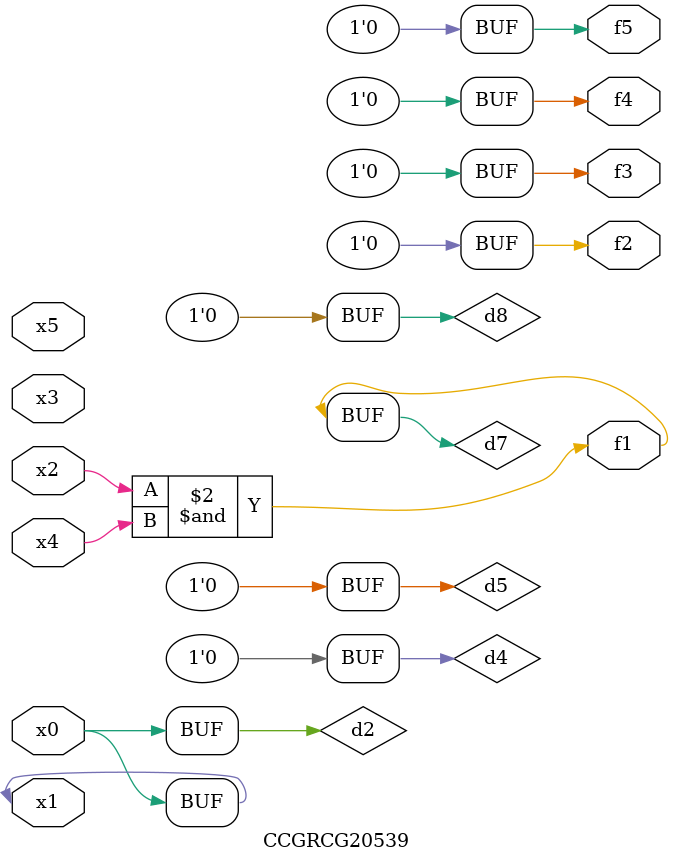
<source format=v>
module CCGRCG20539(
	input x0, x1, x2, x3, x4, x5,
	output f1, f2, f3, f4, f5
);

	wire d1, d2, d3, d4, d5, d6, d7, d8, d9;

	nand (d1, x1);
	buf (d2, x0, x1);
	nand (d3, x2, x4);
	and (d4, d1, d2);
	and (d5, d1, d2);
	nand (d6, d1, d3);
	not (d7, d3);
	xor (d8, d5);
	nor (d9, d5, d6);
	assign f1 = d7;
	assign f2 = d8;
	assign f3 = d8;
	assign f4 = d8;
	assign f5 = d8;
endmodule

</source>
